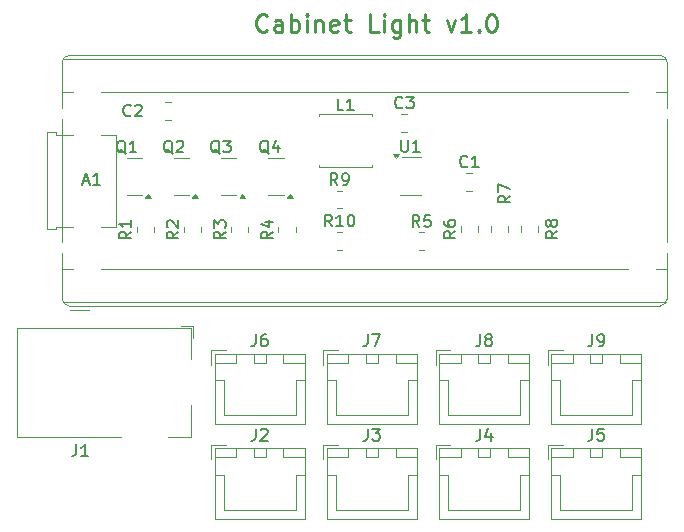
<source format=gbr>
%TF.GenerationSoftware,KiCad,Pcbnew,9.0.2*%
%TF.CreationDate,2025-06-25T21:04:22+02:00*%
%TF.ProjectId,Schrankbeleuchtung,53636872-616e-46b6-9265-6c6575636874,rev?*%
%TF.SameCoordinates,Original*%
%TF.FileFunction,Legend,Top*%
%TF.FilePolarity,Positive*%
%FSLAX46Y46*%
G04 Gerber Fmt 4.6, Leading zero omitted, Abs format (unit mm)*
G04 Created by KiCad (PCBNEW 9.0.2) date 2025-06-25 21:04:22*
%MOMM*%
%LPD*%
G01*
G04 APERTURE LIST*
%ADD10C,0.250000*%
%ADD11C,0.150000*%
%ADD12C,0.120000*%
G04 APERTURE END LIST*
D10*
X62378758Y-48160571D02*
X62307330Y-48232000D01*
X62307330Y-48232000D02*
X62093044Y-48303428D01*
X62093044Y-48303428D02*
X61950187Y-48303428D01*
X61950187Y-48303428D02*
X61735901Y-48232000D01*
X61735901Y-48232000D02*
X61593044Y-48089142D01*
X61593044Y-48089142D02*
X61521615Y-47946285D01*
X61521615Y-47946285D02*
X61450187Y-47660571D01*
X61450187Y-47660571D02*
X61450187Y-47446285D01*
X61450187Y-47446285D02*
X61521615Y-47160571D01*
X61521615Y-47160571D02*
X61593044Y-47017714D01*
X61593044Y-47017714D02*
X61735901Y-46874857D01*
X61735901Y-46874857D02*
X61950187Y-46803428D01*
X61950187Y-46803428D02*
X62093044Y-46803428D01*
X62093044Y-46803428D02*
X62307330Y-46874857D01*
X62307330Y-46874857D02*
X62378758Y-46946285D01*
X63664473Y-48303428D02*
X63664473Y-47517714D01*
X63664473Y-47517714D02*
X63593044Y-47374857D01*
X63593044Y-47374857D02*
X63450187Y-47303428D01*
X63450187Y-47303428D02*
X63164473Y-47303428D01*
X63164473Y-47303428D02*
X63021615Y-47374857D01*
X63664473Y-48232000D02*
X63521615Y-48303428D01*
X63521615Y-48303428D02*
X63164473Y-48303428D01*
X63164473Y-48303428D02*
X63021615Y-48232000D01*
X63021615Y-48232000D02*
X62950187Y-48089142D01*
X62950187Y-48089142D02*
X62950187Y-47946285D01*
X62950187Y-47946285D02*
X63021615Y-47803428D01*
X63021615Y-47803428D02*
X63164473Y-47732000D01*
X63164473Y-47732000D02*
X63521615Y-47732000D01*
X63521615Y-47732000D02*
X63664473Y-47660571D01*
X64378758Y-48303428D02*
X64378758Y-46803428D01*
X64378758Y-47374857D02*
X64521616Y-47303428D01*
X64521616Y-47303428D02*
X64807330Y-47303428D01*
X64807330Y-47303428D02*
X64950187Y-47374857D01*
X64950187Y-47374857D02*
X65021616Y-47446285D01*
X65021616Y-47446285D02*
X65093044Y-47589142D01*
X65093044Y-47589142D02*
X65093044Y-48017714D01*
X65093044Y-48017714D02*
X65021616Y-48160571D01*
X65021616Y-48160571D02*
X64950187Y-48232000D01*
X64950187Y-48232000D02*
X64807330Y-48303428D01*
X64807330Y-48303428D02*
X64521616Y-48303428D01*
X64521616Y-48303428D02*
X64378758Y-48232000D01*
X65735901Y-48303428D02*
X65735901Y-47303428D01*
X65735901Y-46803428D02*
X65664473Y-46874857D01*
X65664473Y-46874857D02*
X65735901Y-46946285D01*
X65735901Y-46946285D02*
X65807330Y-46874857D01*
X65807330Y-46874857D02*
X65735901Y-46803428D01*
X65735901Y-46803428D02*
X65735901Y-46946285D01*
X66450187Y-47303428D02*
X66450187Y-48303428D01*
X66450187Y-47446285D02*
X66521616Y-47374857D01*
X66521616Y-47374857D02*
X66664473Y-47303428D01*
X66664473Y-47303428D02*
X66878759Y-47303428D01*
X66878759Y-47303428D02*
X67021616Y-47374857D01*
X67021616Y-47374857D02*
X67093045Y-47517714D01*
X67093045Y-47517714D02*
X67093045Y-48303428D01*
X68378759Y-48232000D02*
X68235902Y-48303428D01*
X68235902Y-48303428D02*
X67950188Y-48303428D01*
X67950188Y-48303428D02*
X67807330Y-48232000D01*
X67807330Y-48232000D02*
X67735902Y-48089142D01*
X67735902Y-48089142D02*
X67735902Y-47517714D01*
X67735902Y-47517714D02*
X67807330Y-47374857D01*
X67807330Y-47374857D02*
X67950188Y-47303428D01*
X67950188Y-47303428D02*
X68235902Y-47303428D01*
X68235902Y-47303428D02*
X68378759Y-47374857D01*
X68378759Y-47374857D02*
X68450188Y-47517714D01*
X68450188Y-47517714D02*
X68450188Y-47660571D01*
X68450188Y-47660571D02*
X67735902Y-47803428D01*
X68878759Y-47303428D02*
X69450187Y-47303428D01*
X69093044Y-46803428D02*
X69093044Y-48089142D01*
X69093044Y-48089142D02*
X69164473Y-48232000D01*
X69164473Y-48232000D02*
X69307330Y-48303428D01*
X69307330Y-48303428D02*
X69450187Y-48303428D01*
X71807330Y-48303428D02*
X71093044Y-48303428D01*
X71093044Y-48303428D02*
X71093044Y-46803428D01*
X72307330Y-48303428D02*
X72307330Y-47303428D01*
X72307330Y-46803428D02*
X72235902Y-46874857D01*
X72235902Y-46874857D02*
X72307330Y-46946285D01*
X72307330Y-46946285D02*
X72378759Y-46874857D01*
X72378759Y-46874857D02*
X72307330Y-46803428D01*
X72307330Y-46803428D02*
X72307330Y-46946285D01*
X73664474Y-47303428D02*
X73664474Y-48517714D01*
X73664474Y-48517714D02*
X73593045Y-48660571D01*
X73593045Y-48660571D02*
X73521616Y-48732000D01*
X73521616Y-48732000D02*
X73378759Y-48803428D01*
X73378759Y-48803428D02*
X73164474Y-48803428D01*
X73164474Y-48803428D02*
X73021616Y-48732000D01*
X73664474Y-48232000D02*
X73521616Y-48303428D01*
X73521616Y-48303428D02*
X73235902Y-48303428D01*
X73235902Y-48303428D02*
X73093045Y-48232000D01*
X73093045Y-48232000D02*
X73021616Y-48160571D01*
X73021616Y-48160571D02*
X72950188Y-48017714D01*
X72950188Y-48017714D02*
X72950188Y-47589142D01*
X72950188Y-47589142D02*
X73021616Y-47446285D01*
X73021616Y-47446285D02*
X73093045Y-47374857D01*
X73093045Y-47374857D02*
X73235902Y-47303428D01*
X73235902Y-47303428D02*
X73521616Y-47303428D01*
X73521616Y-47303428D02*
X73664474Y-47374857D01*
X74378759Y-48303428D02*
X74378759Y-46803428D01*
X75021617Y-48303428D02*
X75021617Y-47517714D01*
X75021617Y-47517714D02*
X74950188Y-47374857D01*
X74950188Y-47374857D02*
X74807331Y-47303428D01*
X74807331Y-47303428D02*
X74593045Y-47303428D01*
X74593045Y-47303428D02*
X74450188Y-47374857D01*
X74450188Y-47374857D02*
X74378759Y-47446285D01*
X75521617Y-47303428D02*
X76093045Y-47303428D01*
X75735902Y-46803428D02*
X75735902Y-48089142D01*
X75735902Y-48089142D02*
X75807331Y-48232000D01*
X75807331Y-48232000D02*
X75950188Y-48303428D01*
X75950188Y-48303428D02*
X76093045Y-48303428D01*
X77593045Y-47303428D02*
X77950188Y-48303428D01*
X77950188Y-48303428D02*
X78307331Y-47303428D01*
X79664474Y-48303428D02*
X78807331Y-48303428D01*
X79235902Y-48303428D02*
X79235902Y-46803428D01*
X79235902Y-46803428D02*
X79093045Y-47017714D01*
X79093045Y-47017714D02*
X78950188Y-47160571D01*
X78950188Y-47160571D02*
X78807331Y-47232000D01*
X80307330Y-48160571D02*
X80378759Y-48232000D01*
X80378759Y-48232000D02*
X80307330Y-48303428D01*
X80307330Y-48303428D02*
X80235902Y-48232000D01*
X80235902Y-48232000D02*
X80307330Y-48160571D01*
X80307330Y-48160571D02*
X80307330Y-48303428D01*
X81307331Y-46803428D02*
X81450188Y-46803428D01*
X81450188Y-46803428D02*
X81593045Y-46874857D01*
X81593045Y-46874857D02*
X81664474Y-46946285D01*
X81664474Y-46946285D02*
X81735902Y-47089142D01*
X81735902Y-47089142D02*
X81807331Y-47374857D01*
X81807331Y-47374857D02*
X81807331Y-47732000D01*
X81807331Y-47732000D02*
X81735902Y-48017714D01*
X81735902Y-48017714D02*
X81664474Y-48160571D01*
X81664474Y-48160571D02*
X81593045Y-48232000D01*
X81593045Y-48232000D02*
X81450188Y-48303428D01*
X81450188Y-48303428D02*
X81307331Y-48303428D01*
X81307331Y-48303428D02*
X81164474Y-48232000D01*
X81164474Y-48232000D02*
X81093045Y-48160571D01*
X81093045Y-48160571D02*
X81021616Y-48017714D01*
X81021616Y-48017714D02*
X80950188Y-47732000D01*
X80950188Y-47732000D02*
X80950188Y-47374857D01*
X80950188Y-47374857D02*
X81021616Y-47089142D01*
X81021616Y-47089142D02*
X81093045Y-46946285D01*
X81093045Y-46946285D02*
X81164474Y-46874857D01*
X81164474Y-46874857D02*
X81307331Y-46803428D01*
D11*
X67857142Y-64774819D02*
X67523809Y-64298628D01*
X67285714Y-64774819D02*
X67285714Y-63774819D01*
X67285714Y-63774819D02*
X67666666Y-63774819D01*
X67666666Y-63774819D02*
X67761904Y-63822438D01*
X67761904Y-63822438D02*
X67809523Y-63870057D01*
X67809523Y-63870057D02*
X67857142Y-63965295D01*
X67857142Y-63965295D02*
X67857142Y-64108152D01*
X67857142Y-64108152D02*
X67809523Y-64203390D01*
X67809523Y-64203390D02*
X67761904Y-64251009D01*
X67761904Y-64251009D02*
X67666666Y-64298628D01*
X67666666Y-64298628D02*
X67285714Y-64298628D01*
X68809523Y-64774819D02*
X68238095Y-64774819D01*
X68523809Y-64774819D02*
X68523809Y-63774819D01*
X68523809Y-63774819D02*
X68428571Y-63917676D01*
X68428571Y-63917676D02*
X68333333Y-64012914D01*
X68333333Y-64012914D02*
X68238095Y-64060533D01*
X69428571Y-63774819D02*
X69523809Y-63774819D01*
X69523809Y-63774819D02*
X69619047Y-63822438D01*
X69619047Y-63822438D02*
X69666666Y-63870057D01*
X69666666Y-63870057D02*
X69714285Y-63965295D01*
X69714285Y-63965295D02*
X69761904Y-64155771D01*
X69761904Y-64155771D02*
X69761904Y-64393866D01*
X69761904Y-64393866D02*
X69714285Y-64584342D01*
X69714285Y-64584342D02*
X69666666Y-64679580D01*
X69666666Y-64679580D02*
X69619047Y-64727200D01*
X69619047Y-64727200D02*
X69523809Y-64774819D01*
X69523809Y-64774819D02*
X69428571Y-64774819D01*
X69428571Y-64774819D02*
X69333333Y-64727200D01*
X69333333Y-64727200D02*
X69285714Y-64679580D01*
X69285714Y-64679580D02*
X69238095Y-64584342D01*
X69238095Y-64584342D02*
X69190476Y-64393866D01*
X69190476Y-64393866D02*
X69190476Y-64155771D01*
X69190476Y-64155771D02*
X69238095Y-63965295D01*
X69238095Y-63965295D02*
X69285714Y-63870057D01*
X69285714Y-63870057D02*
X69333333Y-63822438D01*
X69333333Y-63822438D02*
X69428571Y-63774819D01*
X50404761Y-58600057D02*
X50309523Y-58552438D01*
X50309523Y-58552438D02*
X50214285Y-58457200D01*
X50214285Y-58457200D02*
X50071428Y-58314342D01*
X50071428Y-58314342D02*
X49976190Y-58266723D01*
X49976190Y-58266723D02*
X49880952Y-58266723D01*
X49928571Y-58504819D02*
X49833333Y-58457200D01*
X49833333Y-58457200D02*
X49738095Y-58361961D01*
X49738095Y-58361961D02*
X49690476Y-58171485D01*
X49690476Y-58171485D02*
X49690476Y-57838152D01*
X49690476Y-57838152D02*
X49738095Y-57647676D01*
X49738095Y-57647676D02*
X49833333Y-57552438D01*
X49833333Y-57552438D02*
X49928571Y-57504819D01*
X49928571Y-57504819D02*
X50119047Y-57504819D01*
X50119047Y-57504819D02*
X50214285Y-57552438D01*
X50214285Y-57552438D02*
X50309523Y-57647676D01*
X50309523Y-57647676D02*
X50357142Y-57838152D01*
X50357142Y-57838152D02*
X50357142Y-58171485D01*
X50357142Y-58171485D02*
X50309523Y-58361961D01*
X50309523Y-58361961D02*
X50214285Y-58457200D01*
X50214285Y-58457200D02*
X50119047Y-58504819D01*
X50119047Y-58504819D02*
X49928571Y-58504819D01*
X51309523Y-58504819D02*
X50738095Y-58504819D01*
X51023809Y-58504819D02*
X51023809Y-57504819D01*
X51023809Y-57504819D02*
X50928571Y-57647676D01*
X50928571Y-57647676D02*
X50833333Y-57742914D01*
X50833333Y-57742914D02*
X50738095Y-57790533D01*
X80416666Y-81904819D02*
X80416666Y-82619104D01*
X80416666Y-82619104D02*
X80369047Y-82761961D01*
X80369047Y-82761961D02*
X80273809Y-82857200D01*
X80273809Y-82857200D02*
X80130952Y-82904819D01*
X80130952Y-82904819D02*
X80035714Y-82904819D01*
X81321428Y-82238152D02*
X81321428Y-82904819D01*
X81083333Y-81857200D02*
X80845238Y-82571485D01*
X80845238Y-82571485D02*
X81464285Y-82571485D01*
X46216666Y-83204819D02*
X46216666Y-83919104D01*
X46216666Y-83919104D02*
X46169047Y-84061961D01*
X46169047Y-84061961D02*
X46073809Y-84157200D01*
X46073809Y-84157200D02*
X45930952Y-84204819D01*
X45930952Y-84204819D02*
X45835714Y-84204819D01*
X47216666Y-84204819D02*
X46645238Y-84204819D01*
X46930952Y-84204819D02*
X46930952Y-83204819D01*
X46930952Y-83204819D02*
X46835714Y-83347676D01*
X46835714Y-83347676D02*
X46740476Y-83442914D01*
X46740476Y-83442914D02*
X46645238Y-83490533D01*
X50867319Y-65216666D02*
X50391128Y-65549999D01*
X50867319Y-65788094D02*
X49867319Y-65788094D01*
X49867319Y-65788094D02*
X49867319Y-65407142D01*
X49867319Y-65407142D02*
X49914938Y-65311904D01*
X49914938Y-65311904D02*
X49962557Y-65264285D01*
X49962557Y-65264285D02*
X50057795Y-65216666D01*
X50057795Y-65216666D02*
X50200652Y-65216666D01*
X50200652Y-65216666D02*
X50295890Y-65264285D01*
X50295890Y-65264285D02*
X50343509Y-65311904D01*
X50343509Y-65311904D02*
X50391128Y-65407142D01*
X50391128Y-65407142D02*
X50391128Y-65788094D01*
X50867319Y-64264285D02*
X50867319Y-64835713D01*
X50867319Y-64549999D02*
X49867319Y-64549999D01*
X49867319Y-64549999D02*
X50010176Y-64645237D01*
X50010176Y-64645237D02*
X50105414Y-64740475D01*
X50105414Y-64740475D02*
X50153033Y-64835713D01*
X89916666Y-73904819D02*
X89916666Y-74619104D01*
X89916666Y-74619104D02*
X89869047Y-74761961D01*
X89869047Y-74761961D02*
X89773809Y-74857200D01*
X89773809Y-74857200D02*
X89630952Y-74904819D01*
X89630952Y-74904819D02*
X89535714Y-74904819D01*
X90440476Y-74904819D02*
X90630952Y-74904819D01*
X90630952Y-74904819D02*
X90726190Y-74857200D01*
X90726190Y-74857200D02*
X90773809Y-74809580D01*
X90773809Y-74809580D02*
X90869047Y-74666723D01*
X90869047Y-74666723D02*
X90916666Y-74476247D01*
X90916666Y-74476247D02*
X90916666Y-74095295D01*
X90916666Y-74095295D02*
X90869047Y-74000057D01*
X90869047Y-74000057D02*
X90821428Y-73952438D01*
X90821428Y-73952438D02*
X90726190Y-73904819D01*
X90726190Y-73904819D02*
X90535714Y-73904819D01*
X90535714Y-73904819D02*
X90440476Y-73952438D01*
X90440476Y-73952438D02*
X90392857Y-74000057D01*
X90392857Y-74000057D02*
X90345238Y-74095295D01*
X90345238Y-74095295D02*
X90345238Y-74333390D01*
X90345238Y-74333390D02*
X90392857Y-74428628D01*
X90392857Y-74428628D02*
X90440476Y-74476247D01*
X90440476Y-74476247D02*
X90535714Y-74523866D01*
X90535714Y-74523866D02*
X90726190Y-74523866D01*
X90726190Y-74523866D02*
X90821428Y-74476247D01*
X90821428Y-74476247D02*
X90869047Y-74428628D01*
X90869047Y-74428628D02*
X90916666Y-74333390D01*
X61416666Y-73904819D02*
X61416666Y-74619104D01*
X61416666Y-74619104D02*
X61369047Y-74761961D01*
X61369047Y-74761961D02*
X61273809Y-74857200D01*
X61273809Y-74857200D02*
X61130952Y-74904819D01*
X61130952Y-74904819D02*
X61035714Y-74904819D01*
X62321428Y-73904819D02*
X62130952Y-73904819D01*
X62130952Y-73904819D02*
X62035714Y-73952438D01*
X62035714Y-73952438D02*
X61988095Y-74000057D01*
X61988095Y-74000057D02*
X61892857Y-74142914D01*
X61892857Y-74142914D02*
X61845238Y-74333390D01*
X61845238Y-74333390D02*
X61845238Y-74714342D01*
X61845238Y-74714342D02*
X61892857Y-74809580D01*
X61892857Y-74809580D02*
X61940476Y-74857200D01*
X61940476Y-74857200D02*
X62035714Y-74904819D01*
X62035714Y-74904819D02*
X62226190Y-74904819D01*
X62226190Y-74904819D02*
X62321428Y-74857200D01*
X62321428Y-74857200D02*
X62369047Y-74809580D01*
X62369047Y-74809580D02*
X62416666Y-74714342D01*
X62416666Y-74714342D02*
X62416666Y-74476247D01*
X62416666Y-74476247D02*
X62369047Y-74381009D01*
X62369047Y-74381009D02*
X62321428Y-74333390D01*
X62321428Y-74333390D02*
X62226190Y-74285771D01*
X62226190Y-74285771D02*
X62035714Y-74285771D01*
X62035714Y-74285771D02*
X61940476Y-74333390D01*
X61940476Y-74333390D02*
X61892857Y-74381009D01*
X61892857Y-74381009D02*
X61845238Y-74476247D01*
X58379761Y-58600057D02*
X58284523Y-58552438D01*
X58284523Y-58552438D02*
X58189285Y-58457200D01*
X58189285Y-58457200D02*
X58046428Y-58314342D01*
X58046428Y-58314342D02*
X57951190Y-58266723D01*
X57951190Y-58266723D02*
X57855952Y-58266723D01*
X57903571Y-58504819D02*
X57808333Y-58457200D01*
X57808333Y-58457200D02*
X57713095Y-58361961D01*
X57713095Y-58361961D02*
X57665476Y-58171485D01*
X57665476Y-58171485D02*
X57665476Y-57838152D01*
X57665476Y-57838152D02*
X57713095Y-57647676D01*
X57713095Y-57647676D02*
X57808333Y-57552438D01*
X57808333Y-57552438D02*
X57903571Y-57504819D01*
X57903571Y-57504819D02*
X58094047Y-57504819D01*
X58094047Y-57504819D02*
X58189285Y-57552438D01*
X58189285Y-57552438D02*
X58284523Y-57647676D01*
X58284523Y-57647676D02*
X58332142Y-57838152D01*
X58332142Y-57838152D02*
X58332142Y-58171485D01*
X58332142Y-58171485D02*
X58284523Y-58361961D01*
X58284523Y-58361961D02*
X58189285Y-58457200D01*
X58189285Y-58457200D02*
X58094047Y-58504819D01*
X58094047Y-58504819D02*
X57903571Y-58504819D01*
X58665476Y-57504819D02*
X59284523Y-57504819D01*
X59284523Y-57504819D02*
X58951190Y-57885771D01*
X58951190Y-57885771D02*
X59094047Y-57885771D01*
X59094047Y-57885771D02*
X59189285Y-57933390D01*
X59189285Y-57933390D02*
X59236904Y-57981009D01*
X59236904Y-57981009D02*
X59284523Y-58076247D01*
X59284523Y-58076247D02*
X59284523Y-58314342D01*
X59284523Y-58314342D02*
X59236904Y-58409580D01*
X59236904Y-58409580D02*
X59189285Y-58457200D01*
X59189285Y-58457200D02*
X59094047Y-58504819D01*
X59094047Y-58504819D02*
X58808333Y-58504819D01*
X58808333Y-58504819D02*
X58713095Y-58457200D01*
X58713095Y-58457200D02*
X58665476Y-58409580D01*
X54379761Y-58600057D02*
X54284523Y-58552438D01*
X54284523Y-58552438D02*
X54189285Y-58457200D01*
X54189285Y-58457200D02*
X54046428Y-58314342D01*
X54046428Y-58314342D02*
X53951190Y-58266723D01*
X53951190Y-58266723D02*
X53855952Y-58266723D01*
X53903571Y-58504819D02*
X53808333Y-58457200D01*
X53808333Y-58457200D02*
X53713095Y-58361961D01*
X53713095Y-58361961D02*
X53665476Y-58171485D01*
X53665476Y-58171485D02*
X53665476Y-57838152D01*
X53665476Y-57838152D02*
X53713095Y-57647676D01*
X53713095Y-57647676D02*
X53808333Y-57552438D01*
X53808333Y-57552438D02*
X53903571Y-57504819D01*
X53903571Y-57504819D02*
X54094047Y-57504819D01*
X54094047Y-57504819D02*
X54189285Y-57552438D01*
X54189285Y-57552438D02*
X54284523Y-57647676D01*
X54284523Y-57647676D02*
X54332142Y-57838152D01*
X54332142Y-57838152D02*
X54332142Y-58171485D01*
X54332142Y-58171485D02*
X54284523Y-58361961D01*
X54284523Y-58361961D02*
X54189285Y-58457200D01*
X54189285Y-58457200D02*
X54094047Y-58504819D01*
X54094047Y-58504819D02*
X53903571Y-58504819D01*
X54713095Y-57600057D02*
X54760714Y-57552438D01*
X54760714Y-57552438D02*
X54855952Y-57504819D01*
X54855952Y-57504819D02*
X55094047Y-57504819D01*
X55094047Y-57504819D02*
X55189285Y-57552438D01*
X55189285Y-57552438D02*
X55236904Y-57600057D01*
X55236904Y-57600057D02*
X55284523Y-57695295D01*
X55284523Y-57695295D02*
X55284523Y-57790533D01*
X55284523Y-57790533D02*
X55236904Y-57933390D01*
X55236904Y-57933390D02*
X54665476Y-58504819D01*
X54665476Y-58504819D02*
X55284523Y-58504819D01*
X73833333Y-54679580D02*
X73785714Y-54727200D01*
X73785714Y-54727200D02*
X73642857Y-54774819D01*
X73642857Y-54774819D02*
X73547619Y-54774819D01*
X73547619Y-54774819D02*
X73404762Y-54727200D01*
X73404762Y-54727200D02*
X73309524Y-54631961D01*
X73309524Y-54631961D02*
X73261905Y-54536723D01*
X73261905Y-54536723D02*
X73214286Y-54346247D01*
X73214286Y-54346247D02*
X73214286Y-54203390D01*
X73214286Y-54203390D02*
X73261905Y-54012914D01*
X73261905Y-54012914D02*
X73309524Y-53917676D01*
X73309524Y-53917676D02*
X73404762Y-53822438D01*
X73404762Y-53822438D02*
X73547619Y-53774819D01*
X73547619Y-53774819D02*
X73642857Y-53774819D01*
X73642857Y-53774819D02*
X73785714Y-53822438D01*
X73785714Y-53822438D02*
X73833333Y-53870057D01*
X74166667Y-53774819D02*
X74785714Y-53774819D01*
X74785714Y-53774819D02*
X74452381Y-54155771D01*
X74452381Y-54155771D02*
X74595238Y-54155771D01*
X74595238Y-54155771D02*
X74690476Y-54203390D01*
X74690476Y-54203390D02*
X74738095Y-54251009D01*
X74738095Y-54251009D02*
X74785714Y-54346247D01*
X74785714Y-54346247D02*
X74785714Y-54584342D01*
X74785714Y-54584342D02*
X74738095Y-54679580D01*
X74738095Y-54679580D02*
X74690476Y-54727200D01*
X74690476Y-54727200D02*
X74595238Y-54774819D01*
X74595238Y-54774819D02*
X74309524Y-54774819D01*
X74309524Y-54774819D02*
X74214286Y-54727200D01*
X74214286Y-54727200D02*
X74166667Y-54679580D01*
X50833333Y-55359580D02*
X50785714Y-55407200D01*
X50785714Y-55407200D02*
X50642857Y-55454819D01*
X50642857Y-55454819D02*
X50547619Y-55454819D01*
X50547619Y-55454819D02*
X50404762Y-55407200D01*
X50404762Y-55407200D02*
X50309524Y-55311961D01*
X50309524Y-55311961D02*
X50261905Y-55216723D01*
X50261905Y-55216723D02*
X50214286Y-55026247D01*
X50214286Y-55026247D02*
X50214286Y-54883390D01*
X50214286Y-54883390D02*
X50261905Y-54692914D01*
X50261905Y-54692914D02*
X50309524Y-54597676D01*
X50309524Y-54597676D02*
X50404762Y-54502438D01*
X50404762Y-54502438D02*
X50547619Y-54454819D01*
X50547619Y-54454819D02*
X50642857Y-54454819D01*
X50642857Y-54454819D02*
X50785714Y-54502438D01*
X50785714Y-54502438D02*
X50833333Y-54550057D01*
X51214286Y-54550057D02*
X51261905Y-54502438D01*
X51261905Y-54502438D02*
X51357143Y-54454819D01*
X51357143Y-54454819D02*
X51595238Y-54454819D01*
X51595238Y-54454819D02*
X51690476Y-54502438D01*
X51690476Y-54502438D02*
X51738095Y-54550057D01*
X51738095Y-54550057D02*
X51785714Y-54645295D01*
X51785714Y-54645295D02*
X51785714Y-54740533D01*
X51785714Y-54740533D02*
X51738095Y-54883390D01*
X51738095Y-54883390D02*
X51166667Y-55454819D01*
X51166667Y-55454819D02*
X51785714Y-55454819D01*
X89916666Y-81904819D02*
X89916666Y-82619104D01*
X89916666Y-82619104D02*
X89869047Y-82761961D01*
X89869047Y-82761961D02*
X89773809Y-82857200D01*
X89773809Y-82857200D02*
X89630952Y-82904819D01*
X89630952Y-82904819D02*
X89535714Y-82904819D01*
X90869047Y-81904819D02*
X90392857Y-81904819D01*
X90392857Y-81904819D02*
X90345238Y-82381009D01*
X90345238Y-82381009D02*
X90392857Y-82333390D01*
X90392857Y-82333390D02*
X90488095Y-82285771D01*
X90488095Y-82285771D02*
X90726190Y-82285771D01*
X90726190Y-82285771D02*
X90821428Y-82333390D01*
X90821428Y-82333390D02*
X90869047Y-82381009D01*
X90869047Y-82381009D02*
X90916666Y-82476247D01*
X90916666Y-82476247D02*
X90916666Y-82714342D01*
X90916666Y-82714342D02*
X90869047Y-82809580D01*
X90869047Y-82809580D02*
X90821428Y-82857200D01*
X90821428Y-82857200D02*
X90726190Y-82904819D01*
X90726190Y-82904819D02*
X90488095Y-82904819D01*
X90488095Y-82904819D02*
X90392857Y-82857200D01*
X90392857Y-82857200D02*
X90345238Y-82809580D01*
X78324819Y-65166666D02*
X77848628Y-65499999D01*
X78324819Y-65738094D02*
X77324819Y-65738094D01*
X77324819Y-65738094D02*
X77324819Y-65357142D01*
X77324819Y-65357142D02*
X77372438Y-65261904D01*
X77372438Y-65261904D02*
X77420057Y-65214285D01*
X77420057Y-65214285D02*
X77515295Y-65166666D01*
X77515295Y-65166666D02*
X77658152Y-65166666D01*
X77658152Y-65166666D02*
X77753390Y-65214285D01*
X77753390Y-65214285D02*
X77801009Y-65261904D01*
X77801009Y-65261904D02*
X77848628Y-65357142D01*
X77848628Y-65357142D02*
X77848628Y-65738094D01*
X77324819Y-64309523D02*
X77324819Y-64499999D01*
X77324819Y-64499999D02*
X77372438Y-64595237D01*
X77372438Y-64595237D02*
X77420057Y-64642856D01*
X77420057Y-64642856D02*
X77562914Y-64738094D01*
X77562914Y-64738094D02*
X77753390Y-64785713D01*
X77753390Y-64785713D02*
X78134342Y-64785713D01*
X78134342Y-64785713D02*
X78229580Y-64738094D01*
X78229580Y-64738094D02*
X78277200Y-64690475D01*
X78277200Y-64690475D02*
X78324819Y-64595237D01*
X78324819Y-64595237D02*
X78324819Y-64404761D01*
X78324819Y-64404761D02*
X78277200Y-64309523D01*
X78277200Y-64309523D02*
X78229580Y-64261904D01*
X78229580Y-64261904D02*
X78134342Y-64214285D01*
X78134342Y-64214285D02*
X77896247Y-64214285D01*
X77896247Y-64214285D02*
X77801009Y-64261904D01*
X77801009Y-64261904D02*
X77753390Y-64309523D01*
X77753390Y-64309523D02*
X77705771Y-64404761D01*
X77705771Y-64404761D02*
X77705771Y-64595237D01*
X77705771Y-64595237D02*
X77753390Y-64690475D01*
X77753390Y-64690475D02*
X77801009Y-64738094D01*
X77801009Y-64738094D02*
X77896247Y-64785713D01*
X70916666Y-81904819D02*
X70916666Y-82619104D01*
X70916666Y-82619104D02*
X70869047Y-82761961D01*
X70869047Y-82761961D02*
X70773809Y-82857200D01*
X70773809Y-82857200D02*
X70630952Y-82904819D01*
X70630952Y-82904819D02*
X70535714Y-82904819D01*
X71297619Y-81904819D02*
X71916666Y-81904819D01*
X71916666Y-81904819D02*
X71583333Y-82285771D01*
X71583333Y-82285771D02*
X71726190Y-82285771D01*
X71726190Y-82285771D02*
X71821428Y-82333390D01*
X71821428Y-82333390D02*
X71869047Y-82381009D01*
X71869047Y-82381009D02*
X71916666Y-82476247D01*
X71916666Y-82476247D02*
X71916666Y-82714342D01*
X71916666Y-82714342D02*
X71869047Y-82809580D01*
X71869047Y-82809580D02*
X71821428Y-82857200D01*
X71821428Y-82857200D02*
X71726190Y-82904819D01*
X71726190Y-82904819D02*
X71440476Y-82904819D01*
X71440476Y-82904819D02*
X71345238Y-82857200D01*
X71345238Y-82857200D02*
X71297619Y-82809580D01*
X86954819Y-65166666D02*
X86478628Y-65499999D01*
X86954819Y-65738094D02*
X85954819Y-65738094D01*
X85954819Y-65738094D02*
X85954819Y-65357142D01*
X85954819Y-65357142D02*
X86002438Y-65261904D01*
X86002438Y-65261904D02*
X86050057Y-65214285D01*
X86050057Y-65214285D02*
X86145295Y-65166666D01*
X86145295Y-65166666D02*
X86288152Y-65166666D01*
X86288152Y-65166666D02*
X86383390Y-65214285D01*
X86383390Y-65214285D02*
X86431009Y-65261904D01*
X86431009Y-65261904D02*
X86478628Y-65357142D01*
X86478628Y-65357142D02*
X86478628Y-65738094D01*
X86383390Y-64595237D02*
X86335771Y-64690475D01*
X86335771Y-64690475D02*
X86288152Y-64738094D01*
X86288152Y-64738094D02*
X86192914Y-64785713D01*
X86192914Y-64785713D02*
X86145295Y-64785713D01*
X86145295Y-64785713D02*
X86050057Y-64738094D01*
X86050057Y-64738094D02*
X86002438Y-64690475D01*
X86002438Y-64690475D02*
X85954819Y-64595237D01*
X85954819Y-64595237D02*
X85954819Y-64404761D01*
X85954819Y-64404761D02*
X86002438Y-64309523D01*
X86002438Y-64309523D02*
X86050057Y-64261904D01*
X86050057Y-64261904D02*
X86145295Y-64214285D01*
X86145295Y-64214285D02*
X86192914Y-64214285D01*
X86192914Y-64214285D02*
X86288152Y-64261904D01*
X86288152Y-64261904D02*
X86335771Y-64309523D01*
X86335771Y-64309523D02*
X86383390Y-64404761D01*
X86383390Y-64404761D02*
X86383390Y-64595237D01*
X86383390Y-64595237D02*
X86431009Y-64690475D01*
X86431009Y-64690475D02*
X86478628Y-64738094D01*
X86478628Y-64738094D02*
X86573866Y-64785713D01*
X86573866Y-64785713D02*
X86764342Y-64785713D01*
X86764342Y-64785713D02*
X86859580Y-64738094D01*
X86859580Y-64738094D02*
X86907200Y-64690475D01*
X86907200Y-64690475D02*
X86954819Y-64595237D01*
X86954819Y-64595237D02*
X86954819Y-64404761D01*
X86954819Y-64404761D02*
X86907200Y-64309523D01*
X86907200Y-64309523D02*
X86859580Y-64261904D01*
X86859580Y-64261904D02*
X86764342Y-64214285D01*
X86764342Y-64214285D02*
X86573866Y-64214285D01*
X86573866Y-64214285D02*
X86478628Y-64261904D01*
X86478628Y-64261904D02*
X86431009Y-64309523D01*
X86431009Y-64309523D02*
X86383390Y-64404761D01*
X82954819Y-62166666D02*
X82478628Y-62499999D01*
X82954819Y-62738094D02*
X81954819Y-62738094D01*
X81954819Y-62738094D02*
X81954819Y-62357142D01*
X81954819Y-62357142D02*
X82002438Y-62261904D01*
X82002438Y-62261904D02*
X82050057Y-62214285D01*
X82050057Y-62214285D02*
X82145295Y-62166666D01*
X82145295Y-62166666D02*
X82288152Y-62166666D01*
X82288152Y-62166666D02*
X82383390Y-62214285D01*
X82383390Y-62214285D02*
X82431009Y-62261904D01*
X82431009Y-62261904D02*
X82478628Y-62357142D01*
X82478628Y-62357142D02*
X82478628Y-62738094D01*
X81954819Y-61833332D02*
X81954819Y-61166666D01*
X81954819Y-61166666D02*
X82954819Y-61595237D01*
X62867319Y-65216666D02*
X62391128Y-65549999D01*
X62867319Y-65788094D02*
X61867319Y-65788094D01*
X61867319Y-65788094D02*
X61867319Y-65407142D01*
X61867319Y-65407142D02*
X61914938Y-65311904D01*
X61914938Y-65311904D02*
X61962557Y-65264285D01*
X61962557Y-65264285D02*
X62057795Y-65216666D01*
X62057795Y-65216666D02*
X62200652Y-65216666D01*
X62200652Y-65216666D02*
X62295890Y-65264285D01*
X62295890Y-65264285D02*
X62343509Y-65311904D01*
X62343509Y-65311904D02*
X62391128Y-65407142D01*
X62391128Y-65407142D02*
X62391128Y-65788094D01*
X62200652Y-64359523D02*
X62867319Y-64359523D01*
X61819700Y-64597618D02*
X62533985Y-64835713D01*
X62533985Y-64835713D02*
X62533985Y-64216666D01*
X80416666Y-73904819D02*
X80416666Y-74619104D01*
X80416666Y-74619104D02*
X80369047Y-74761961D01*
X80369047Y-74761961D02*
X80273809Y-74857200D01*
X80273809Y-74857200D02*
X80130952Y-74904819D01*
X80130952Y-74904819D02*
X80035714Y-74904819D01*
X81035714Y-74333390D02*
X80940476Y-74285771D01*
X80940476Y-74285771D02*
X80892857Y-74238152D01*
X80892857Y-74238152D02*
X80845238Y-74142914D01*
X80845238Y-74142914D02*
X80845238Y-74095295D01*
X80845238Y-74095295D02*
X80892857Y-74000057D01*
X80892857Y-74000057D02*
X80940476Y-73952438D01*
X80940476Y-73952438D02*
X81035714Y-73904819D01*
X81035714Y-73904819D02*
X81226190Y-73904819D01*
X81226190Y-73904819D02*
X81321428Y-73952438D01*
X81321428Y-73952438D02*
X81369047Y-74000057D01*
X81369047Y-74000057D02*
X81416666Y-74095295D01*
X81416666Y-74095295D02*
X81416666Y-74142914D01*
X81416666Y-74142914D02*
X81369047Y-74238152D01*
X81369047Y-74238152D02*
X81321428Y-74285771D01*
X81321428Y-74285771D02*
X81226190Y-74333390D01*
X81226190Y-74333390D02*
X81035714Y-74333390D01*
X81035714Y-74333390D02*
X80940476Y-74381009D01*
X80940476Y-74381009D02*
X80892857Y-74428628D01*
X80892857Y-74428628D02*
X80845238Y-74523866D01*
X80845238Y-74523866D02*
X80845238Y-74714342D01*
X80845238Y-74714342D02*
X80892857Y-74809580D01*
X80892857Y-74809580D02*
X80940476Y-74857200D01*
X80940476Y-74857200D02*
X81035714Y-74904819D01*
X81035714Y-74904819D02*
X81226190Y-74904819D01*
X81226190Y-74904819D02*
X81321428Y-74857200D01*
X81321428Y-74857200D02*
X81369047Y-74809580D01*
X81369047Y-74809580D02*
X81416666Y-74714342D01*
X81416666Y-74714342D02*
X81416666Y-74523866D01*
X81416666Y-74523866D02*
X81369047Y-74428628D01*
X81369047Y-74428628D02*
X81321428Y-74381009D01*
X81321428Y-74381009D02*
X81226190Y-74333390D01*
X46789160Y-60949104D02*
X47265350Y-60949104D01*
X46693922Y-61234819D02*
X47027255Y-60234819D01*
X47027255Y-60234819D02*
X47360588Y-61234819D01*
X48217731Y-61234819D02*
X47646303Y-61234819D01*
X47932017Y-61234819D02*
X47932017Y-60234819D01*
X47932017Y-60234819D02*
X47836779Y-60377676D01*
X47836779Y-60377676D02*
X47741541Y-60472914D01*
X47741541Y-60472914D02*
X47646303Y-60520533D01*
X75273333Y-64804819D02*
X74940000Y-64328628D01*
X74701905Y-64804819D02*
X74701905Y-63804819D01*
X74701905Y-63804819D02*
X75082857Y-63804819D01*
X75082857Y-63804819D02*
X75178095Y-63852438D01*
X75178095Y-63852438D02*
X75225714Y-63900057D01*
X75225714Y-63900057D02*
X75273333Y-63995295D01*
X75273333Y-63995295D02*
X75273333Y-64138152D01*
X75273333Y-64138152D02*
X75225714Y-64233390D01*
X75225714Y-64233390D02*
X75178095Y-64281009D01*
X75178095Y-64281009D02*
X75082857Y-64328628D01*
X75082857Y-64328628D02*
X74701905Y-64328628D01*
X76178095Y-63804819D02*
X75701905Y-63804819D01*
X75701905Y-63804819D02*
X75654286Y-64281009D01*
X75654286Y-64281009D02*
X75701905Y-64233390D01*
X75701905Y-64233390D02*
X75797143Y-64185771D01*
X75797143Y-64185771D02*
X76035238Y-64185771D01*
X76035238Y-64185771D02*
X76130476Y-64233390D01*
X76130476Y-64233390D02*
X76178095Y-64281009D01*
X76178095Y-64281009D02*
X76225714Y-64376247D01*
X76225714Y-64376247D02*
X76225714Y-64614342D01*
X76225714Y-64614342D02*
X76178095Y-64709580D01*
X76178095Y-64709580D02*
X76130476Y-64757200D01*
X76130476Y-64757200D02*
X76035238Y-64804819D01*
X76035238Y-64804819D02*
X75797143Y-64804819D01*
X75797143Y-64804819D02*
X75701905Y-64757200D01*
X75701905Y-64757200D02*
X75654286Y-64709580D01*
X79333333Y-59679580D02*
X79285714Y-59727200D01*
X79285714Y-59727200D02*
X79142857Y-59774819D01*
X79142857Y-59774819D02*
X79047619Y-59774819D01*
X79047619Y-59774819D02*
X78904762Y-59727200D01*
X78904762Y-59727200D02*
X78809524Y-59631961D01*
X78809524Y-59631961D02*
X78761905Y-59536723D01*
X78761905Y-59536723D02*
X78714286Y-59346247D01*
X78714286Y-59346247D02*
X78714286Y-59203390D01*
X78714286Y-59203390D02*
X78761905Y-59012914D01*
X78761905Y-59012914D02*
X78809524Y-58917676D01*
X78809524Y-58917676D02*
X78904762Y-58822438D01*
X78904762Y-58822438D02*
X79047619Y-58774819D01*
X79047619Y-58774819D02*
X79142857Y-58774819D01*
X79142857Y-58774819D02*
X79285714Y-58822438D01*
X79285714Y-58822438D02*
X79333333Y-58870057D01*
X80285714Y-59774819D02*
X79714286Y-59774819D01*
X80000000Y-59774819D02*
X80000000Y-58774819D01*
X80000000Y-58774819D02*
X79904762Y-58917676D01*
X79904762Y-58917676D02*
X79809524Y-59012914D01*
X79809524Y-59012914D02*
X79714286Y-59060533D01*
X68333333Y-61274819D02*
X68000000Y-60798628D01*
X67761905Y-61274819D02*
X67761905Y-60274819D01*
X67761905Y-60274819D02*
X68142857Y-60274819D01*
X68142857Y-60274819D02*
X68238095Y-60322438D01*
X68238095Y-60322438D02*
X68285714Y-60370057D01*
X68285714Y-60370057D02*
X68333333Y-60465295D01*
X68333333Y-60465295D02*
X68333333Y-60608152D01*
X68333333Y-60608152D02*
X68285714Y-60703390D01*
X68285714Y-60703390D02*
X68238095Y-60751009D01*
X68238095Y-60751009D02*
X68142857Y-60798628D01*
X68142857Y-60798628D02*
X67761905Y-60798628D01*
X68809524Y-61274819D02*
X69000000Y-61274819D01*
X69000000Y-61274819D02*
X69095238Y-61227200D01*
X69095238Y-61227200D02*
X69142857Y-61179580D01*
X69142857Y-61179580D02*
X69238095Y-61036723D01*
X69238095Y-61036723D02*
X69285714Y-60846247D01*
X69285714Y-60846247D02*
X69285714Y-60465295D01*
X69285714Y-60465295D02*
X69238095Y-60370057D01*
X69238095Y-60370057D02*
X69190476Y-60322438D01*
X69190476Y-60322438D02*
X69095238Y-60274819D01*
X69095238Y-60274819D02*
X68904762Y-60274819D01*
X68904762Y-60274819D02*
X68809524Y-60322438D01*
X68809524Y-60322438D02*
X68761905Y-60370057D01*
X68761905Y-60370057D02*
X68714286Y-60465295D01*
X68714286Y-60465295D02*
X68714286Y-60703390D01*
X68714286Y-60703390D02*
X68761905Y-60798628D01*
X68761905Y-60798628D02*
X68809524Y-60846247D01*
X68809524Y-60846247D02*
X68904762Y-60893866D01*
X68904762Y-60893866D02*
X69095238Y-60893866D01*
X69095238Y-60893866D02*
X69190476Y-60846247D01*
X69190476Y-60846247D02*
X69238095Y-60798628D01*
X69238095Y-60798628D02*
X69285714Y-60703390D01*
X54867319Y-65216666D02*
X54391128Y-65549999D01*
X54867319Y-65788094D02*
X53867319Y-65788094D01*
X53867319Y-65788094D02*
X53867319Y-65407142D01*
X53867319Y-65407142D02*
X53914938Y-65311904D01*
X53914938Y-65311904D02*
X53962557Y-65264285D01*
X53962557Y-65264285D02*
X54057795Y-65216666D01*
X54057795Y-65216666D02*
X54200652Y-65216666D01*
X54200652Y-65216666D02*
X54295890Y-65264285D01*
X54295890Y-65264285D02*
X54343509Y-65311904D01*
X54343509Y-65311904D02*
X54391128Y-65407142D01*
X54391128Y-65407142D02*
X54391128Y-65788094D01*
X53962557Y-64835713D02*
X53914938Y-64788094D01*
X53914938Y-64788094D02*
X53867319Y-64692856D01*
X53867319Y-64692856D02*
X53867319Y-64454761D01*
X53867319Y-64454761D02*
X53914938Y-64359523D01*
X53914938Y-64359523D02*
X53962557Y-64311904D01*
X53962557Y-64311904D02*
X54057795Y-64264285D01*
X54057795Y-64264285D02*
X54153033Y-64264285D01*
X54153033Y-64264285D02*
X54295890Y-64311904D01*
X54295890Y-64311904D02*
X54867319Y-64883332D01*
X54867319Y-64883332D02*
X54867319Y-64264285D01*
X70916666Y-73904819D02*
X70916666Y-74619104D01*
X70916666Y-74619104D02*
X70869047Y-74761961D01*
X70869047Y-74761961D02*
X70773809Y-74857200D01*
X70773809Y-74857200D02*
X70630952Y-74904819D01*
X70630952Y-74904819D02*
X70535714Y-74904819D01*
X71297619Y-73904819D02*
X71964285Y-73904819D01*
X71964285Y-73904819D02*
X71535714Y-74904819D01*
X73738095Y-57454819D02*
X73738095Y-58264342D01*
X73738095Y-58264342D02*
X73785714Y-58359580D01*
X73785714Y-58359580D02*
X73833333Y-58407200D01*
X73833333Y-58407200D02*
X73928571Y-58454819D01*
X73928571Y-58454819D02*
X74119047Y-58454819D01*
X74119047Y-58454819D02*
X74214285Y-58407200D01*
X74214285Y-58407200D02*
X74261904Y-58359580D01*
X74261904Y-58359580D02*
X74309523Y-58264342D01*
X74309523Y-58264342D02*
X74309523Y-57454819D01*
X75309523Y-58454819D02*
X74738095Y-58454819D01*
X75023809Y-58454819D02*
X75023809Y-57454819D01*
X75023809Y-57454819D02*
X74928571Y-57597676D01*
X74928571Y-57597676D02*
X74833333Y-57692914D01*
X74833333Y-57692914D02*
X74738095Y-57740533D01*
X62529761Y-58600057D02*
X62434523Y-58552438D01*
X62434523Y-58552438D02*
X62339285Y-58457200D01*
X62339285Y-58457200D02*
X62196428Y-58314342D01*
X62196428Y-58314342D02*
X62101190Y-58266723D01*
X62101190Y-58266723D02*
X62005952Y-58266723D01*
X62053571Y-58504819D02*
X61958333Y-58457200D01*
X61958333Y-58457200D02*
X61863095Y-58361961D01*
X61863095Y-58361961D02*
X61815476Y-58171485D01*
X61815476Y-58171485D02*
X61815476Y-57838152D01*
X61815476Y-57838152D02*
X61863095Y-57647676D01*
X61863095Y-57647676D02*
X61958333Y-57552438D01*
X61958333Y-57552438D02*
X62053571Y-57504819D01*
X62053571Y-57504819D02*
X62244047Y-57504819D01*
X62244047Y-57504819D02*
X62339285Y-57552438D01*
X62339285Y-57552438D02*
X62434523Y-57647676D01*
X62434523Y-57647676D02*
X62482142Y-57838152D01*
X62482142Y-57838152D02*
X62482142Y-58171485D01*
X62482142Y-58171485D02*
X62434523Y-58361961D01*
X62434523Y-58361961D02*
X62339285Y-58457200D01*
X62339285Y-58457200D02*
X62244047Y-58504819D01*
X62244047Y-58504819D02*
X62053571Y-58504819D01*
X63339285Y-57838152D02*
X63339285Y-58504819D01*
X63101190Y-57457200D02*
X62863095Y-58171485D01*
X62863095Y-58171485D02*
X63482142Y-58171485D01*
X61416666Y-81904819D02*
X61416666Y-82619104D01*
X61416666Y-82619104D02*
X61369047Y-82761961D01*
X61369047Y-82761961D02*
X61273809Y-82857200D01*
X61273809Y-82857200D02*
X61130952Y-82904819D01*
X61130952Y-82904819D02*
X61035714Y-82904819D01*
X61845238Y-82000057D02*
X61892857Y-81952438D01*
X61892857Y-81952438D02*
X61988095Y-81904819D01*
X61988095Y-81904819D02*
X62226190Y-81904819D01*
X62226190Y-81904819D02*
X62321428Y-81952438D01*
X62321428Y-81952438D02*
X62369047Y-82000057D01*
X62369047Y-82000057D02*
X62416666Y-82095295D01*
X62416666Y-82095295D02*
X62416666Y-82190533D01*
X62416666Y-82190533D02*
X62369047Y-82333390D01*
X62369047Y-82333390D02*
X61797619Y-82904819D01*
X61797619Y-82904819D02*
X62416666Y-82904819D01*
X68833333Y-54954819D02*
X68357143Y-54954819D01*
X68357143Y-54954819D02*
X68357143Y-53954819D01*
X69690476Y-54954819D02*
X69119048Y-54954819D01*
X69404762Y-54954819D02*
X69404762Y-53954819D01*
X69404762Y-53954819D02*
X69309524Y-54097676D01*
X69309524Y-54097676D02*
X69214286Y-54192914D01*
X69214286Y-54192914D02*
X69119048Y-54240533D01*
X58867319Y-65216666D02*
X58391128Y-65549999D01*
X58867319Y-65788094D02*
X57867319Y-65788094D01*
X57867319Y-65788094D02*
X57867319Y-65407142D01*
X57867319Y-65407142D02*
X57914938Y-65311904D01*
X57914938Y-65311904D02*
X57962557Y-65264285D01*
X57962557Y-65264285D02*
X58057795Y-65216666D01*
X58057795Y-65216666D02*
X58200652Y-65216666D01*
X58200652Y-65216666D02*
X58295890Y-65264285D01*
X58295890Y-65264285D02*
X58343509Y-65311904D01*
X58343509Y-65311904D02*
X58391128Y-65407142D01*
X58391128Y-65407142D02*
X58391128Y-65788094D01*
X57867319Y-64883332D02*
X57867319Y-64264285D01*
X57867319Y-64264285D02*
X58248271Y-64597618D01*
X58248271Y-64597618D02*
X58248271Y-64454761D01*
X58248271Y-64454761D02*
X58295890Y-64359523D01*
X58295890Y-64359523D02*
X58343509Y-64311904D01*
X58343509Y-64311904D02*
X58438747Y-64264285D01*
X58438747Y-64264285D02*
X58676842Y-64264285D01*
X58676842Y-64264285D02*
X58772080Y-64311904D01*
X58772080Y-64311904D02*
X58819700Y-64359523D01*
X58819700Y-64359523D02*
X58867319Y-64454761D01*
X58867319Y-64454761D02*
X58867319Y-64740475D01*
X58867319Y-64740475D02*
X58819700Y-64835713D01*
X58819700Y-64835713D02*
X58772080Y-64883332D01*
D12*
%TO.C,R10*%
X68727064Y-65265000D02*
X68272936Y-65265000D01*
X68727064Y-66735000D02*
X68272936Y-66735000D01*
%TO.C,Q1*%
X51125000Y-58990000D02*
X50475000Y-58990000D01*
X51125000Y-58990000D02*
X51775000Y-58990000D01*
X51125000Y-62110000D02*
X50475000Y-62110000D01*
X51125000Y-62110000D02*
X51775000Y-62110000D01*
X52527500Y-62390000D02*
X52047500Y-62390000D01*
X52287500Y-62060000D01*
X52527500Y-62390000D01*
G36*
X52527500Y-62390000D02*
G01*
X52047500Y-62390000D01*
X52287500Y-62060000D01*
X52527500Y-62390000D01*
G37*
%TO.C,J4*%
X76650000Y-83250000D02*
X76650000Y-84500000D01*
X76940000Y-83540000D02*
X76940000Y-89510000D01*
X76940000Y-89510000D02*
X84560000Y-89510000D01*
X76950000Y-83550000D02*
X76950000Y-84300000D01*
X76950000Y-84300000D02*
X78750000Y-84300000D01*
X76950000Y-85800000D02*
X77700000Y-85800000D01*
X77700000Y-85800000D02*
X77700000Y-88750000D01*
X77700000Y-88750000D02*
X80750000Y-88750000D01*
X77900000Y-83250000D02*
X76650000Y-83250000D01*
X78750000Y-83550000D02*
X76950000Y-83550000D01*
X78750000Y-84300000D02*
X78750000Y-83550000D01*
X80250000Y-83550000D02*
X80250000Y-84300000D01*
X80250000Y-84300000D02*
X81250000Y-84300000D01*
X81250000Y-83550000D02*
X80250000Y-83550000D01*
X81250000Y-84300000D02*
X81250000Y-83550000D01*
X82750000Y-83550000D02*
X82750000Y-84300000D01*
X82750000Y-84300000D02*
X84550000Y-84300000D01*
X83800000Y-85800000D02*
X83800000Y-88750000D01*
X83800000Y-88750000D02*
X80750000Y-88750000D01*
X84550000Y-83550000D02*
X82750000Y-83550000D01*
X84550000Y-84300000D02*
X84550000Y-83550000D01*
X84550000Y-85800000D02*
X83800000Y-85800000D01*
X84560000Y-83540000D02*
X76940000Y-83540000D01*
X84560000Y-89510000D02*
X84560000Y-83540000D01*
%TO.C,J1*%
X41200000Y-73400000D02*
X55900000Y-73400000D01*
X41200000Y-82600000D02*
X41200000Y-73400000D01*
X50000000Y-82600000D02*
X41200000Y-82600000D01*
X55050000Y-73200000D02*
X56100000Y-73200000D01*
X55900000Y-73400000D02*
X55900000Y-76000000D01*
X55900000Y-79900000D02*
X55900000Y-82600000D01*
X55900000Y-82600000D02*
X54000000Y-82600000D01*
X56100000Y-74250000D02*
X56100000Y-73200000D01*
%TO.C,R1*%
X51327500Y-65277064D02*
X51327500Y-64822936D01*
X52797500Y-65277064D02*
X52797500Y-64822936D01*
%TO.C,J9*%
X86150000Y-75250000D02*
X86150000Y-76500000D01*
X86440000Y-75540000D02*
X86440000Y-81510000D01*
X86440000Y-81510000D02*
X94060000Y-81510000D01*
X86450000Y-75550000D02*
X86450000Y-76300000D01*
X86450000Y-76300000D02*
X88250000Y-76300000D01*
X86450000Y-77800000D02*
X87200000Y-77800000D01*
X87200000Y-77800000D02*
X87200000Y-80750000D01*
X87200000Y-80750000D02*
X90250000Y-80750000D01*
X87400000Y-75250000D02*
X86150000Y-75250000D01*
X88250000Y-75550000D02*
X86450000Y-75550000D01*
X88250000Y-76300000D02*
X88250000Y-75550000D01*
X89750000Y-75550000D02*
X89750000Y-76300000D01*
X89750000Y-76300000D02*
X90750000Y-76300000D01*
X90750000Y-75550000D02*
X89750000Y-75550000D01*
X90750000Y-76300000D02*
X90750000Y-75550000D01*
X92250000Y-75550000D02*
X92250000Y-76300000D01*
X92250000Y-76300000D02*
X94050000Y-76300000D01*
X93300000Y-77800000D02*
X93300000Y-80750000D01*
X93300000Y-80750000D02*
X90250000Y-80750000D01*
X94050000Y-75550000D02*
X92250000Y-75550000D01*
X94050000Y-76300000D02*
X94050000Y-75550000D01*
X94050000Y-77800000D02*
X93300000Y-77800000D01*
X94060000Y-75540000D02*
X86440000Y-75540000D01*
X94060000Y-81510000D02*
X94060000Y-75540000D01*
%TO.C,J6*%
X57650000Y-75250000D02*
X57650000Y-76500000D01*
X57940000Y-75540000D02*
X57940000Y-81510000D01*
X57940000Y-81510000D02*
X65560000Y-81510000D01*
X57950000Y-75550000D02*
X57950000Y-76300000D01*
X57950000Y-76300000D02*
X59750000Y-76300000D01*
X57950000Y-77800000D02*
X58700000Y-77800000D01*
X58700000Y-77800000D02*
X58700000Y-80750000D01*
X58700000Y-80750000D02*
X61750000Y-80750000D01*
X58900000Y-75250000D02*
X57650000Y-75250000D01*
X59750000Y-75550000D02*
X57950000Y-75550000D01*
X59750000Y-76300000D02*
X59750000Y-75550000D01*
X61250000Y-75550000D02*
X61250000Y-76300000D01*
X61250000Y-76300000D02*
X62250000Y-76300000D01*
X62250000Y-75550000D02*
X61250000Y-75550000D01*
X62250000Y-76300000D02*
X62250000Y-75550000D01*
X63750000Y-75550000D02*
X63750000Y-76300000D01*
X63750000Y-76300000D02*
X65550000Y-76300000D01*
X64800000Y-77800000D02*
X64800000Y-80750000D01*
X64800000Y-80750000D02*
X61750000Y-80750000D01*
X65550000Y-75550000D02*
X63750000Y-75550000D01*
X65550000Y-76300000D02*
X65550000Y-75550000D01*
X65550000Y-77800000D02*
X64800000Y-77800000D01*
X65560000Y-75540000D02*
X57940000Y-75540000D01*
X65560000Y-81510000D02*
X65560000Y-75540000D01*
%TO.C,Q3*%
X59125000Y-58990000D02*
X58475000Y-58990000D01*
X59125000Y-58990000D02*
X59775000Y-58990000D01*
X59125000Y-62110000D02*
X58475000Y-62110000D01*
X59125000Y-62110000D02*
X59775000Y-62110000D01*
X60527500Y-62390000D02*
X60047500Y-62390000D01*
X60287500Y-62060000D01*
X60527500Y-62390000D01*
G36*
X60527500Y-62390000D02*
G01*
X60047500Y-62390000D01*
X60287500Y-62060000D01*
X60527500Y-62390000D01*
G37*
%TO.C,Q2*%
X55125000Y-58990000D02*
X54475000Y-58990000D01*
X55125000Y-58990000D02*
X55775000Y-58990000D01*
X55125000Y-62110000D02*
X54475000Y-62110000D01*
X55125000Y-62110000D02*
X55775000Y-62110000D01*
X56527500Y-62390000D02*
X56047500Y-62390000D01*
X56287500Y-62060000D01*
X56527500Y-62390000D01*
G36*
X56527500Y-62390000D02*
G01*
X56047500Y-62390000D01*
X56287500Y-62060000D01*
X56527500Y-62390000D01*
G37*
%TO.C,C3*%
X73738748Y-55265000D02*
X74261252Y-55265000D01*
X73738748Y-56735000D02*
X74261252Y-56735000D01*
%TO.C,C2*%
X54261252Y-54265000D02*
X53738748Y-54265000D01*
X54261252Y-55735000D02*
X53738748Y-55735000D01*
%TO.C,J5*%
X86150000Y-83250000D02*
X86150000Y-84500000D01*
X86440000Y-83540000D02*
X86440000Y-89510000D01*
X86440000Y-89510000D02*
X94060000Y-89510000D01*
X86450000Y-83550000D02*
X86450000Y-84300000D01*
X86450000Y-84300000D02*
X88250000Y-84300000D01*
X86450000Y-85800000D02*
X87200000Y-85800000D01*
X87200000Y-85800000D02*
X87200000Y-88750000D01*
X87200000Y-88750000D02*
X90250000Y-88750000D01*
X87400000Y-83250000D02*
X86150000Y-83250000D01*
X88250000Y-83550000D02*
X86450000Y-83550000D01*
X88250000Y-84300000D02*
X88250000Y-83550000D01*
X89750000Y-83550000D02*
X89750000Y-84300000D01*
X89750000Y-84300000D02*
X90750000Y-84300000D01*
X90750000Y-83550000D02*
X89750000Y-83550000D01*
X90750000Y-84300000D02*
X90750000Y-83550000D01*
X92250000Y-83550000D02*
X92250000Y-84300000D01*
X92250000Y-84300000D02*
X94050000Y-84300000D01*
X93300000Y-85800000D02*
X93300000Y-88750000D01*
X93300000Y-88750000D02*
X90250000Y-88750000D01*
X94050000Y-83550000D02*
X92250000Y-83550000D01*
X94050000Y-84300000D02*
X94050000Y-83550000D01*
X94050000Y-85800000D02*
X93300000Y-85800000D01*
X94060000Y-83540000D02*
X86440000Y-83540000D01*
X94060000Y-89510000D02*
X94060000Y-83540000D01*
%TO.C,R6*%
X78785000Y-65227064D02*
X78785000Y-64772936D01*
X80255000Y-65227064D02*
X80255000Y-64772936D01*
%TO.C,J3*%
X67150000Y-83250000D02*
X67150000Y-84500000D01*
X67440000Y-83540000D02*
X67440000Y-89510000D01*
X67440000Y-89510000D02*
X75060000Y-89510000D01*
X67450000Y-83550000D02*
X67450000Y-84300000D01*
X67450000Y-84300000D02*
X69250000Y-84300000D01*
X67450000Y-85800000D02*
X68200000Y-85800000D01*
X68200000Y-85800000D02*
X68200000Y-88750000D01*
X68200000Y-88750000D02*
X71250000Y-88750000D01*
X68400000Y-83250000D02*
X67150000Y-83250000D01*
X69250000Y-83550000D02*
X67450000Y-83550000D01*
X69250000Y-84300000D02*
X69250000Y-83550000D01*
X70750000Y-83550000D02*
X70750000Y-84300000D01*
X70750000Y-84300000D02*
X71750000Y-84300000D01*
X71750000Y-83550000D02*
X70750000Y-83550000D01*
X71750000Y-84300000D02*
X71750000Y-83550000D01*
X73250000Y-83550000D02*
X73250000Y-84300000D01*
X73250000Y-84300000D02*
X75050000Y-84300000D01*
X74300000Y-85800000D02*
X74300000Y-88750000D01*
X74300000Y-88750000D02*
X71250000Y-88750000D01*
X75050000Y-83550000D02*
X73250000Y-83550000D01*
X75050000Y-84300000D02*
X75050000Y-83550000D01*
X75050000Y-85800000D02*
X74300000Y-85800000D01*
X75060000Y-83540000D02*
X67440000Y-83540000D01*
X75060000Y-89510000D02*
X75060000Y-83540000D01*
%TO.C,R8*%
X83865000Y-65227064D02*
X83865000Y-64772936D01*
X85335000Y-65227064D02*
X85335000Y-64772936D01*
%TO.C,R7*%
X81325000Y-65227064D02*
X81325000Y-64772936D01*
X82795000Y-65227064D02*
X82795000Y-64772936D01*
%TO.C,R4*%
X63327500Y-65277064D02*
X63327500Y-64822936D01*
X64797500Y-65277064D02*
X64797500Y-64822936D01*
%TO.C,J8*%
X76650000Y-75250000D02*
X76650000Y-76500000D01*
X76940000Y-75540000D02*
X76940000Y-81510000D01*
X76940000Y-81510000D02*
X84560000Y-81510000D01*
X76950000Y-75550000D02*
X76950000Y-76300000D01*
X76950000Y-76300000D02*
X78750000Y-76300000D01*
X76950000Y-77800000D02*
X77700000Y-77800000D01*
X77700000Y-77800000D02*
X77700000Y-80750000D01*
X77700000Y-80750000D02*
X80750000Y-80750000D01*
X77900000Y-75250000D02*
X76650000Y-75250000D01*
X78750000Y-75550000D02*
X76950000Y-75550000D01*
X78750000Y-76300000D02*
X78750000Y-75550000D01*
X80250000Y-75550000D02*
X80250000Y-76300000D01*
X80250000Y-76300000D02*
X81250000Y-76300000D01*
X81250000Y-75550000D02*
X80250000Y-75550000D01*
X81250000Y-76300000D02*
X81250000Y-75550000D01*
X82750000Y-75550000D02*
X82750000Y-76300000D01*
X82750000Y-76300000D02*
X84550000Y-76300000D01*
X83800000Y-77800000D02*
X83800000Y-80750000D01*
X83800000Y-80750000D02*
X80750000Y-80750000D01*
X84550000Y-75550000D02*
X82750000Y-75550000D01*
X84550000Y-76300000D02*
X84550000Y-75550000D01*
X84550000Y-77800000D02*
X83800000Y-77800000D01*
X84560000Y-75540000D02*
X76940000Y-75540000D01*
X84560000Y-81510000D02*
X84560000Y-75540000D01*
%TO.C,A1*%
X43720000Y-56780000D02*
X44540000Y-56780000D01*
X43720000Y-65000000D02*
X43720000Y-56780000D01*
X43720000Y-65000000D02*
X44540000Y-65000000D01*
X44540000Y-56780000D02*
X44540000Y-56990000D01*
X44540000Y-56990000D02*
X45936000Y-56990000D01*
X44540000Y-64790000D02*
X45936000Y-64790000D01*
X44540000Y-65000000D02*
X44540000Y-64790000D01*
X45020000Y-50890000D02*
X45020000Y-53380000D01*
X45020000Y-53380000D02*
X45933520Y-53380000D01*
X45020000Y-54727939D02*
X45020000Y-53380000D01*
X45020000Y-56655000D02*
X45020000Y-55652061D01*
X45020000Y-65125000D02*
X45020000Y-56655000D01*
X45020000Y-66127939D02*
X45020000Y-65125000D01*
X45020000Y-68400000D02*
X45020000Y-67052060D01*
X45020000Y-68400000D02*
X45933520Y-68400000D01*
X45020000Y-70890000D02*
X45020000Y-68400000D01*
X45083000Y-71160000D02*
X96177000Y-71160000D01*
X45630000Y-50280000D02*
X95630000Y-50280000D01*
X45630000Y-71500000D02*
X95630000Y-71500000D01*
X47300000Y-71820000D02*
X45700000Y-71820000D01*
X48324000Y-56990000D02*
X49540000Y-56990000D01*
X48324000Y-64790000D02*
X49540000Y-64790000D01*
X48326480Y-53380000D02*
X92933520Y-53380000D01*
X48326480Y-68400000D02*
X92933520Y-68400000D01*
X49540000Y-56990000D02*
X49540000Y-64790000D01*
X95326480Y-53380000D02*
X96240000Y-53380000D01*
X95326480Y-68400000D02*
X96240000Y-68400000D01*
X96177000Y-50620000D02*
X45083000Y-50620000D01*
X96240000Y-54727939D02*
X96240000Y-50890000D01*
X96240000Y-55652061D02*
X96240000Y-57290000D01*
X96240000Y-57290000D02*
X96240000Y-64490000D01*
X96240000Y-64490000D02*
X96240000Y-66127939D01*
X96240000Y-70890000D02*
X96240000Y-67052061D01*
X45020000Y-50890000D02*
G75*
G02*
X45630000Y-50280000I610000J0D01*
G01*
X45630000Y-71500000D02*
G75*
G02*
X45020000Y-70890000I0J610000D01*
G01*
X95630000Y-50280000D02*
G75*
G02*
X96240000Y-50890000I0J-610000D01*
G01*
X96240000Y-70890000D02*
G75*
G02*
X95630000Y-71500000I-609901J-99D01*
G01*
%TO.C,R5*%
X75212936Y-65265000D02*
X75667064Y-65265000D01*
X75212936Y-66735000D02*
X75667064Y-66735000D01*
%TO.C,C1*%
X79238748Y-60265000D02*
X79761252Y-60265000D01*
X79238748Y-61735000D02*
X79761252Y-61735000D01*
%TO.C,R9*%
X68727064Y-61765000D02*
X68272936Y-61765000D01*
X68727064Y-63235000D02*
X68272936Y-63235000D01*
%TO.C,R2*%
X55327500Y-65277064D02*
X55327500Y-64822936D01*
X56797500Y-65277064D02*
X56797500Y-64822936D01*
%TO.C,J7*%
X67150000Y-75250000D02*
X67150000Y-76500000D01*
X67440000Y-75540000D02*
X67440000Y-81510000D01*
X67440000Y-81510000D02*
X75060000Y-81510000D01*
X67450000Y-75550000D02*
X67450000Y-76300000D01*
X67450000Y-76300000D02*
X69250000Y-76300000D01*
X67450000Y-77800000D02*
X68200000Y-77800000D01*
X68200000Y-77800000D02*
X68200000Y-80750000D01*
X68200000Y-80750000D02*
X71250000Y-80750000D01*
X68400000Y-75250000D02*
X67150000Y-75250000D01*
X69250000Y-75550000D02*
X67450000Y-75550000D01*
X69250000Y-76300000D02*
X69250000Y-75550000D01*
X70750000Y-75550000D02*
X70750000Y-76300000D01*
X70750000Y-76300000D02*
X71750000Y-76300000D01*
X71750000Y-75550000D02*
X70750000Y-75550000D01*
X71750000Y-76300000D02*
X71750000Y-75550000D01*
X73250000Y-75550000D02*
X73250000Y-76300000D01*
X73250000Y-76300000D02*
X75050000Y-76300000D01*
X74300000Y-77800000D02*
X74300000Y-80750000D01*
X74300000Y-80750000D02*
X71250000Y-80750000D01*
X75050000Y-75550000D02*
X73250000Y-75550000D01*
X75050000Y-76300000D02*
X75050000Y-75550000D01*
X75050000Y-77800000D02*
X74300000Y-77800000D01*
X75060000Y-75540000D02*
X67440000Y-75540000D01*
X75060000Y-81510000D02*
X75060000Y-75540000D01*
%TO.C,U1*%
X73600000Y-62110000D02*
X75400000Y-62110000D01*
X74600000Y-58890000D02*
X73800000Y-58890000D01*
X74600000Y-58890000D02*
X75400000Y-58890000D01*
X73300000Y-58940000D02*
X73060000Y-58610000D01*
X73540000Y-58610000D01*
X73300000Y-58940000D01*
G36*
X73300000Y-58940000D02*
G01*
X73060000Y-58610000D01*
X73540000Y-58610000D01*
X73300000Y-58940000D01*
G37*
%TO.C,Q4*%
X63125000Y-58990000D02*
X62475000Y-58990000D01*
X63125000Y-58990000D02*
X63775000Y-58990000D01*
X63125000Y-62110000D02*
X62475000Y-62110000D01*
X63125000Y-62110000D02*
X63775000Y-62110000D01*
X64527500Y-62390000D02*
X64047500Y-62390000D01*
X64287500Y-62060000D01*
X64527500Y-62390000D01*
G36*
X64527500Y-62390000D02*
G01*
X64047500Y-62390000D01*
X64287500Y-62060000D01*
X64527500Y-62390000D01*
G37*
%TO.C,J2*%
X57650000Y-83250000D02*
X57650000Y-84500000D01*
X57940000Y-83540000D02*
X57940000Y-89510000D01*
X57940000Y-89510000D02*
X65560000Y-89510000D01*
X57950000Y-83550000D02*
X57950000Y-84300000D01*
X57950000Y-84300000D02*
X59750000Y-84300000D01*
X57950000Y-85800000D02*
X58700000Y-85800000D01*
X58700000Y-85800000D02*
X58700000Y-88750000D01*
X58700000Y-88750000D02*
X61750000Y-88750000D01*
X58900000Y-83250000D02*
X57650000Y-83250000D01*
X59750000Y-83550000D02*
X57950000Y-83550000D01*
X59750000Y-84300000D02*
X59750000Y-83550000D01*
X61250000Y-83550000D02*
X61250000Y-84300000D01*
X61250000Y-84300000D02*
X62250000Y-84300000D01*
X62250000Y-83550000D02*
X61250000Y-83550000D01*
X62250000Y-84300000D02*
X62250000Y-83550000D01*
X63750000Y-83550000D02*
X63750000Y-84300000D01*
X63750000Y-84300000D02*
X65550000Y-84300000D01*
X64800000Y-85800000D02*
X64800000Y-88750000D01*
X64800000Y-88750000D02*
X61750000Y-88750000D01*
X65550000Y-83550000D02*
X63750000Y-83550000D01*
X65550000Y-84300000D02*
X65550000Y-83550000D01*
X65550000Y-85800000D02*
X64800000Y-85800000D01*
X65560000Y-83540000D02*
X57940000Y-83540000D01*
X65560000Y-89510000D02*
X65560000Y-83540000D01*
%TO.C,L1*%
X66740000Y-55240000D02*
X66740000Y-55390000D01*
X66740000Y-59760000D02*
X66740000Y-59610000D01*
X71260000Y-55240000D02*
X66740000Y-55240000D01*
X71260000Y-55240000D02*
X71260000Y-55390000D01*
X71260000Y-59760000D02*
X66740000Y-59760000D01*
X71260000Y-59760000D02*
X71260000Y-59610000D01*
%TO.C,R3*%
X59327500Y-65277064D02*
X59327500Y-64822936D01*
X60797500Y-65277064D02*
X60797500Y-64822936D01*
%TD*%
M02*

</source>
